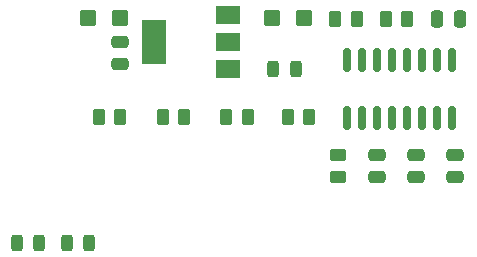
<source format=gbr>
%TF.GenerationSoftware,KiCad,Pcbnew,7.0.6*%
%TF.CreationDate,2024-04-30T21:30:12+02:00*%
%TF.ProjectId,F_Board_V1.1,465f426f-6172-4645-9f56-312e312e6b69,rev?*%
%TF.SameCoordinates,Original*%
%TF.FileFunction,Paste,Top*%
%TF.FilePolarity,Positive*%
%FSLAX46Y46*%
G04 Gerber Fmt 4.6, Leading zero omitted, Abs format (unit mm)*
G04 Created by KiCad (PCBNEW 7.0.6) date 2024-04-30 21:30:12*
%MOMM*%
%LPD*%
G01*
G04 APERTURE LIST*
G04 Aperture macros list*
%AMRoundRect*
0 Rectangle with rounded corners*
0 $1 Rounding radius*
0 $2 $3 $4 $5 $6 $7 $8 $9 X,Y pos of 4 corners*
0 Add a 4 corners polygon primitive as box body*
4,1,4,$2,$3,$4,$5,$6,$7,$8,$9,$2,$3,0*
0 Add four circle primitives for the rounded corners*
1,1,$1+$1,$2,$3*
1,1,$1+$1,$4,$5*
1,1,$1+$1,$6,$7*
1,1,$1+$1,$8,$9*
0 Add four rect primitives between the rounded corners*
20,1,$1+$1,$2,$3,$4,$5,0*
20,1,$1+$1,$4,$5,$6,$7,0*
20,1,$1+$1,$6,$7,$8,$9,0*
20,1,$1+$1,$8,$9,$2,$3,0*%
G04 Aperture macros list end*
%ADD10RoundRect,0.250000X-0.475000X0.250000X-0.475000X-0.250000X0.475000X-0.250000X0.475000X0.250000X0*%
%ADD11RoundRect,0.250000X-0.262500X-0.450000X0.262500X-0.450000X0.262500X0.450000X-0.262500X0.450000X0*%
%ADD12RoundRect,0.250000X-0.450000X-0.425000X0.450000X-0.425000X0.450000X0.425000X-0.450000X0.425000X0*%
%ADD13RoundRect,0.150000X0.150000X-0.825000X0.150000X0.825000X-0.150000X0.825000X-0.150000X-0.825000X0*%
%ADD14RoundRect,0.250000X0.262500X0.450000X-0.262500X0.450000X-0.262500X-0.450000X0.262500X-0.450000X0*%
%ADD15R,2.000000X1.500000*%
%ADD16R,2.000000X3.800000*%
%ADD17RoundRect,0.243750X-0.243750X-0.456250X0.243750X-0.456250X0.243750X0.456250X-0.243750X0.456250X0*%
%ADD18RoundRect,0.250000X0.250000X0.475000X-0.250000X0.475000X-0.250000X-0.475000X0.250000X-0.475000X0*%
%ADD19RoundRect,0.250000X-0.450000X0.262500X-0.450000X-0.262500X0.450000X-0.262500X0.450000X0.262500X0*%
%ADD20RoundRect,0.243750X0.243750X0.456250X-0.243750X0.456250X-0.243750X-0.456250X0.243750X-0.456250X0*%
%ADD21RoundRect,0.250000X0.450000X0.425000X-0.450000X0.425000X-0.450000X-0.425000X0.450000X-0.425000X0*%
G04 APERTURE END LIST*
D10*
%TO.C,C2*%
X178800000Y-93650000D03*
X178800000Y-95550000D03*
%TD*%
D11*
%TO.C,R7*%
X172987500Y-82200000D03*
X174812500Y-82200000D03*
%TD*%
D10*
%TO.C,C3*%
X172200000Y-93650000D03*
X172200000Y-95550000D03*
%TD*%
D12*
%TO.C,C4*%
X163350000Y-82100000D03*
X166050000Y-82100000D03*
%TD*%
D13*
%TO.C,U1*%
X169655000Y-90575000D03*
X170925000Y-90575000D03*
X172195000Y-90575000D03*
X173465000Y-90575000D03*
X174735000Y-90575000D03*
X176005000Y-90575000D03*
X177275000Y-90575000D03*
X178545000Y-90575000D03*
X178545000Y-85625000D03*
X177275000Y-85625000D03*
X176005000Y-85625000D03*
X174735000Y-85625000D03*
X173465000Y-85625000D03*
X172195000Y-85625000D03*
X170925000Y-85625000D03*
X169655000Y-85625000D03*
%TD*%
D14*
%TO.C,R1*%
X161312500Y-90500000D03*
X159487500Y-90500000D03*
%TD*%
D11*
%TO.C,R6*%
X168687500Y-82200000D03*
X170512500Y-82200000D03*
%TD*%
D10*
%TO.C,C6*%
X150500000Y-84100000D03*
X150500000Y-86000000D03*
%TD*%
D15*
%TO.C,U2*%
X159650000Y-86400000D03*
X159650000Y-84100000D03*
D16*
X153350000Y-84100000D03*
D15*
X159650000Y-81800000D03*
%TD*%
D10*
%TO.C,C1*%
X175500000Y-93650000D03*
X175500000Y-95550000D03*
%TD*%
D11*
%TO.C,R3*%
X148687500Y-90500000D03*
X150512500Y-90500000D03*
%TD*%
D17*
%TO.C,D1*%
X145962500Y-101100000D03*
X147837500Y-101100000D03*
%TD*%
D18*
%TO.C,C7*%
X179250000Y-82200000D03*
X177350000Y-82200000D03*
%TD*%
D17*
%TO.C,D2*%
X141762500Y-101100000D03*
X143637500Y-101100000D03*
%TD*%
D14*
%TO.C,R4*%
X155912500Y-90500000D03*
X154087500Y-90500000D03*
%TD*%
D19*
%TO.C,R2*%
X168900000Y-93687500D03*
X168900000Y-95512500D03*
%TD*%
D20*
%TO.C,D3*%
X165337500Y-86400000D03*
X163462500Y-86400000D03*
%TD*%
D21*
%TO.C,C5*%
X150500000Y-82100000D03*
X147800000Y-82100000D03*
%TD*%
D11*
%TO.C,R5*%
X164687500Y-90500000D03*
X166512500Y-90500000D03*
%TD*%
M02*

</source>
